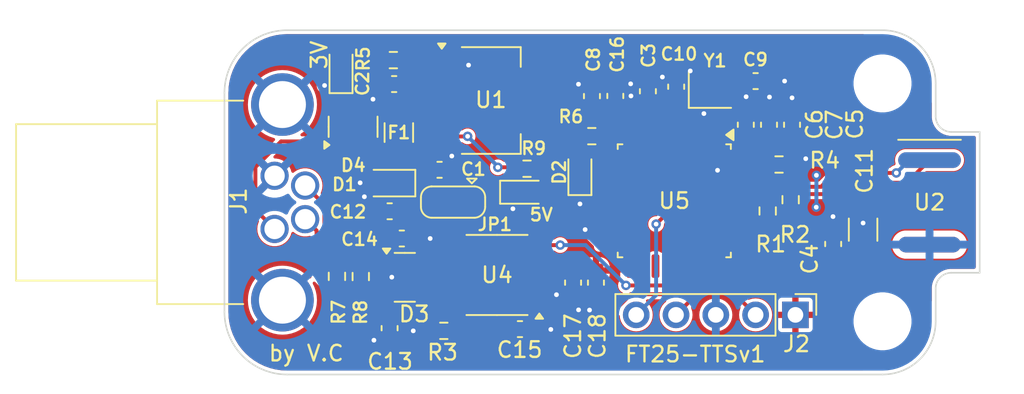
<source format=kicad_pcb>
(kicad_pcb
	(version 20240108)
	(generator "pcbnew")
	(generator_version "8.0")
	(general
		(thickness 1.6)
		(legacy_teardrops no)
	)
	(paper "A4")
	(layers
		(0 "F.Cu" signal)
		(31 "B.Cu" signal)
		(32 "B.Adhes" user "B.Adhesive")
		(33 "F.Adhes" user "F.Adhesive")
		(34 "B.Paste" user)
		(35 "F.Paste" user)
		(36 "B.SilkS" user "B.Silkscreen")
		(37 "F.SilkS" user "F.Silkscreen")
		(38 "B.Mask" user)
		(39 "F.Mask" user)
		(40 "Dwgs.User" user "User.Drawings")
		(41 "Cmts.User" user "User.Comments")
		(42 "Eco1.User" user "User.Eco1")
		(43 "Eco2.User" user "User.Eco2")
		(44 "Edge.Cuts" user)
		(45 "Margin" user)
		(46 "B.CrtYd" user "B.Courtyard")
		(47 "F.CrtYd" user "F.Courtyard")
		(48 "B.Fab" user)
		(49 "F.Fab" user)
		(50 "User.1" user)
		(51 "User.2" user)
		(52 "User.3" user)
		(53 "User.4" user)
		(54 "User.5" user)
		(55 "User.6" user)
		(56 "User.7" user)
		(57 "User.8" user)
		(58 "User.9" user)
	)
	(setup
		(stackup
			(layer "F.SilkS"
				(type "Top Silk Screen")
			)
			(layer "F.Paste"
				(type "Top Solder Paste")
			)
			(layer "F.Mask"
				(type "Top Solder Mask")
				(thickness 0.01)
			)
			(layer "F.Cu"
				(type "copper")
				(thickness 0.035)
			)
			(layer "dielectric 1"
				(type "core")
				(thickness 1.51)
				(material "FR4")
				(epsilon_r 4.5)
				(loss_tangent 0.02)
			)
			(layer "B.Cu"
				(type "copper")
				(thickness 0.035)
			)
			(layer "B.Mask"
				(type "Bottom Solder Mask")
				(thickness 0.01)
			)
			(layer "B.Paste"
				(type "Bottom Solder Paste")
			)
			(layer "B.SilkS"
				(type "Bottom Silk Screen")
			)
			(copper_finish "None")
			(dielectric_constraints no)
		)
		(pad_to_mask_clearance 0)
		(allow_soldermask_bridges_in_footprints no)
		(aux_axis_origin 36 49)
		(pcbplotparams
			(layerselection 0x00010fc_ffffffff)
			(plot_on_all_layers_selection 0x0000000_00000000)
			(disableapertmacros no)
			(usegerberextensions no)
			(usegerberattributes yes)
			(usegerberadvancedattributes yes)
			(creategerberjobfile no)
			(dashed_line_dash_ratio 12.000000)
			(dashed_line_gap_ratio 3.000000)
			(svgprecision 4)
			(plotframeref no)
			(viasonmask no)
			(mode 1)
			(useauxorigin yes)
			(hpglpennumber 1)
			(hpglpenspeed 20)
			(hpglpendiameter 15.000000)
			(pdf_front_fp_property_popups yes)
			(pdf_back_fp_property_popups yes)
			(dxfpolygonmode yes)
			(dxfimperialunits yes)
			(dxfusepcbnewfont yes)
			(psnegative no)
			(psa4output no)
			(plotreference yes)
			(plotvalue no)
			(plotfptext yes)
			(plotinvisibletext no)
			(sketchpadsonfab no)
			(subtractmaskfromsilk yes)
			(outputformat 1)
			(mirror no)
			(drillshape 0)
			(scaleselection 1)
			(outputdirectory "gerber")
		)
	)
	(net 0 "")
	(net 1 "+3.3V")
	(net 2 "GND")
	(net 3 "+5V")
	(net 4 "/I2C_SDA")
	(net 5 "/I2C_SCL")
	(net 6 "CAN_H")
	(net 7 "CAN_L")
	(net 8 "Net-(U4-Rs)")
	(net 9 "NRST")
	(net 10 "Net-(U5-PF0)")
	(net 11 "SWDIO")
	(net 12 "Net-(U5-PF1)")
	(net 13 "/Vref")
	(net 14 "Net-(D4-K)")
	(net 15 "Net-(D4-A)")
	(net 16 "Net-(JP1-C)")
	(net 17 "Net-(U5-PB8)")
	(net 18 "unconnected-(U5-PB5-Pad28)")
	(net 19 "unconnected-(U5-PA8-Pad18)")
	(net 20 "unconnected-(U5-PA15-Pad25)")
	(net 21 "SWCLK")
	(net 22 "unconnected-(U5-PA7-Pad13)")
	(net 23 "unconnected-(U5-PA5-Pad11)")
	(net 24 "unconnected-(U5-PA9-Pad19)")
	(net 25 "unconnected-(U5-PA1-Pad7)")
	(net 26 "unconnected-(U5-PB4-Pad27)")
	(net 27 "unconnected-(U5-PA6-Pad12)")
	(net 28 "unconnected-(U5-PA10-Pad20)")
	(net 29 "/CAN_Tx")
	(net 30 "/CAN_Rx")
	(net 31 "unconnected-(U5-PB0-Pad14)")
	(net 32 "unconnected-(U5-PB1-Pad15)")
	(net 33 "unconnected-(U5-PA4-Pad10)")
	(net 34 "Net-(D2-A)")
	(net 35 "unconnected-(U5-PA0-Pad6)")
	(net 36 "/STATUS_LED")
	(net 37 "unconnected-(U5-PA2-Pad8)")
	(net 38 "unconnected-(U5-PB3-Pad26)")
	(net 39 "Net-(VO1-A)")
	(net 40 "Net-(VO2-A)")
	(footprint "Package_TO_SOT_SMD:SOT-23" (layer "F.Cu") (at 146.51 45.79))
	(footprint "Capacitor_SMD:C_0603_1608Metric" (layer "F.Cu") (at 145.545 41.57 180))
	(footprint "Connector_PinHeader_2.54mm:PinHeader_1x05_P2.54mm_Vertical" (layer "F.Cu") (at 171.44 48.19 -90))
	(footprint "Crystal:Crystal_SMD_2016-4Pin_2.0x1.6mm" (layer "F.Cu") (at 165.985 33.81))
	(footprint "FaSTTUBe_connectors:M8_718_4pin_horizontal" (layer "F.Cu") (at 138.2 41 -90))
	(footprint "Capacitor_SMD:C_0603_1608Metric" (layer "F.Cu") (at 153.86 49.1))
	(footprint "MountingHole:MountingHole_3.2mm_M3_DIN965" (layer "F.Cu") (at 177 33.4))
	(footprint "Diode_SMD:D_SOD-323" (layer "F.Cu") (at 145.57 39.77 180))
	(footprint "TTS:TO-39_sidemount" (layer "F.Cu") (at 180 41))
	(footprint "Package_SO:SOIC-8_3.9x4.9mm_P1.27mm" (layer "F.Cu") (at 152.395 45.64 180))
	(footprint "LED_SMD:LED_0603_1608Metric_Pad1.05x0.95mm_HandSolder" (layer "F.Cu") (at 154.2525 40.35))
	(footprint "TTS:SOT-23" (layer "F.Cu") (at 143.21 36.17 90))
	(footprint "Resistor_SMD:R_0603_1608Metric" (layer "F.Cu") (at 169.67 41.55 90))
	(footprint "MountingHole:MountingHole_3.2mm_M3_DIN965" (layer "F.Cu") (at 177 48.6))
	(footprint "Resistor_SMD:R_0603_1608Metric" (layer "F.Cu") (at 149 49.21 180))
	(footprint "Resistor_SMD:R_0603_1608Metric" (layer "F.Cu") (at 171.135 40.83 90))
	(footprint "Resistor_SMD:R_0603_1608Metric" (layer "F.Cu") (at 154.31 38.85))
	(footprint "Package_QFP:LQFP-32_7x7mm_P0.8mm" (layer "F.Cu") (at 163.71 40.9 -90))
	(footprint "LED_SMD:LED_0603_1608Metric_Pad1.05x0.95mm_HandSolder" (layer "F.Cu") (at 142.44 32.36 90))
	(footprint "Capacitor_SMD:C_0603_1608Metric" (layer "F.Cu") (at 168.275 36.04 90))
	(footprint "Capacitor_SMD:C_0603_1608Metric" (layer "F.Cu") (at 146.32 43.31 180))
	(footprint "LED_SMD:LED_0603_1608Metric" (layer "F.Cu") (at 157.685 39.05 90))
	(footprint "Fuse:Fuse_1206_3216Metric" (layer "F.Cu") (at 146.13 36.54 -90))
	(footprint "Resistor_SMD:R_0603_1608Metric" (layer "F.Cu") (at 145.78 31.91 180))
	(footprint "Capacitor_SMD:C_0603_1608Metric" (layer "F.Cu") (at 157.25 46.13 -90))
	(footprint "Resistor_SMD:R_0603_1608Metric" (layer "F.Cu") (at 143.7 45.74 90))
	(footprint "Resistor_SMD:R_0603_1608Metric" (layer "F.Cu") (at 170.395 38.58))
	(footprint "Capacitor_SMD:C_0603_1608Metric" (layer "F.Cu") (at 158.455 34.21 90))
	(footprint "Jumper:SolderJumper-3_P1.3mm_Open_RoundedPad1.0x1.5mm" (layer "F.Cu") (at 149.59 40.9825 180))
	(footprint "Capacitor_SMD:C_0603_1608Metric" (layer "F.Cu") (at 163.83 33.61 90))
	(footprint "Capacitor_SMD:C_0603_1608Metric" (layer "F.Cu") (at 173.85 43.66 90))
	(footprint "Package_TO_SOT_SMD:SOT-223-3_TabPin2" (layer "F.Cu") (at 152 34.49))
	(footprint "Capacitor_SMD:C_1206_3216Metric" (layer "F.Cu") (at 175.76 42.745 90))
	(footprint "Capacitor_SMD:C_0603_1608Metric" (layer "F.Cu") (at 168.9 33.25 180))
	(footprint "Capacitor_SMD:C_0603_1608Metric" (layer "F.Cu") (at 158.71 46.13 -90))
	(footprint "Capacitor_SMD:C_0603_1608Metric" (layer "F.Cu") (at 148.73 38.92))
	(footprint "Resistor_SMD:R_0603_1608Metric" (layer "F.Cu") (at 158.445 36.77 180))
	(footprint "Capacitor_SMD:C_0603_1608Metric" (layer "F.Cu") (at 159.945 34.2 90))
	(footprint "Resistor_SMD:R_0603_1608Metric" (layer "F.Cu") (at 142.18 45.73 -90))
	(footprint "Capacitor_SMD:C_0603_1608Metric"
		(layer "F.Cu")
		(uuid "e9aee7ad-d638-4c4a-87cb-c8f5124c4142")
		(at 145.83 33.44 180)
		(descr "Capacitor SMD 0603 (1608 Metric), square (rectangular) end terminal, IPC_7351 nominal, (Body size source: IPC-SM-782 page 76, https://www.pcb-3d.com/wordpress/wp-content/uploads/ipc-sm-782a_amendment_1_and_2.pdf), generated with kicad-footprint-generator")
		(tags "capacitor")
		(property "Reference" "C2"
			(at 2.02 0.03 90)
			(layer "F.SilkS")
			(uuid "9107a9e8-ddce-44b6-8243-4b3c503d8ac9")
			(effects
				(font
					(size 0.8 0.8)
					(thickness 0.15)
				)
			)
		)
		(property "Value" "4,7u"
			(at 0 1.43 0)
			(layer "F.Fab")
			(uuid "2cc087bc-9b11-4ea5-a45e-089d5cab9ab7")
			(effects
				(font
					(size 1 1)
					(thickness 0.15)
				)
			)
		)
		(property "Footprint" "Capacitor_SMD:C_0603_1608Metric"
			(at 0 0 180)
			(unlocked yes)
			(layer "F.Fab")
			(hide yes)
			(uuid "02f24cbb-be53-4311-be60-d4f63e4cd5b2")
			(effects
				(font
					(size 1.27 1.27)
					(thickness 0.15)
				)
			)
		)
		(property "Datasheet" ""
			(at 0 0 180)
			(unlocked yes)
			(layer "F.Fab")
			(hide yes)
			(uuid "190d60dd-d182-422a-bfa8-5dfaa64a2aea")
			(effects
				(font
					(size 1.27 1.27)
					(thickness 0.15)
				)
			)
		)
		(property "Description" ""
			(at 0 0 180)
			(unlocked yes)
			(layer "F.Fab")
			(hide yes)
			(uuid "7862a13e-51e6-46d8-ab20-9150706a814c")
			(effects
				(font
					(size 1.27 1.27)
					(thickness 0.15)
				)
			)
		)
		(property "LCSC" "C15849"
			(at 0 0 180)
			(unlocked yes)
			(layer "F.Fab")
			(hide yes)
			(uuid "911c4945-f300-4fa6-a87f-62fd10d9abbe")
			(effects
				(font
					(size 1 1)
					(thickness 0.15)
				)
			)
		)
		(property ki_fp_filters "C_*")
		(path "/d31f1739-8ef6-4d17-981b-a1310d66cc95")
		(sheetname "Root")
		(sheetfile "TTS.kicad_sch")
		(attr smd)
		(fp_line
			(start -0.14058 0.51)
			(end 0.14058 0.51)
			(stroke
				(width 0.12)
				(type solid)
			)
			(layer "F.SilkS")
			(uuid "bf9ceb5c-bcdd-481f-b8f4-a976ecda3a06")
		)
		(fp_line
			(start -0.14058 -0.51)
			(end 0.14058 -0.51)
			(stroke
				(width 0.12)
				(type solid)
			)
			(layer "F.SilkS")
			(uuid "7e42134d-81d8-4593-bd26-e2b2e1d08395")
		)
		(fp_line
			(start 1.48 0.73)
			(end -1.48 0.73)
			(stroke
				(width 0.05)
				(type solid)
			)
			(layer "F.CrtYd")
			(uuid "ebe31fa7-ab72-4e48-b04d-8c90349d1661")
		)
		(fp_line
			(start 1.48 -0.73)
			(end 1.48 0.73)
			(stroke
				(width 0.05)
				(type solid)
			)
			(layer "F.CrtYd")
			(uuid "6c6cf181-24b7-46d7-81dd-201aa55d6359")
		)
		(fp_line
			(start -1.48 0.73)
			(end -1.48 -0.73)
			(stroke
				(width 0.05)
				(type solid)
			)
			(layer "F.CrtYd")
			(uuid "89d5ffc3-767d-4677-b3dd-824bacb3b2cf")
		)
		(fp_line
			(start -1.48 -0.73)
			(end 1.48 -0.73)
			(stroke
				(width 0.05)
				(type solid)
			)
			(layer "F.CrtYd")
			(uuid "84618578-4697-4e65-8e33-0e9dc8c3e893")
		)
		(fp_line
			(start 0.8 0.4)
			(end -0.8 0.4)
			(stroke
				(width 0.1)
				(type solid)
			)
			(layer "F.Fab")
			(uuid "64ea3970-6cdb-431b-b467-5a3f13728271")
		)
		(fp_line
			(start 0.8 -0.4)
			(end 0.8 0.4)
			(stroke
				(width 0.1)
				(type solid)
			)
			(layer "F.Fab")
			(uuid "0f747995-8206-4013-90e2-c1774bf2a099")
		)
		(fp_line
			(start -0.8 0.4)
			(end -0.
... [253708 chars truncated]
</source>
